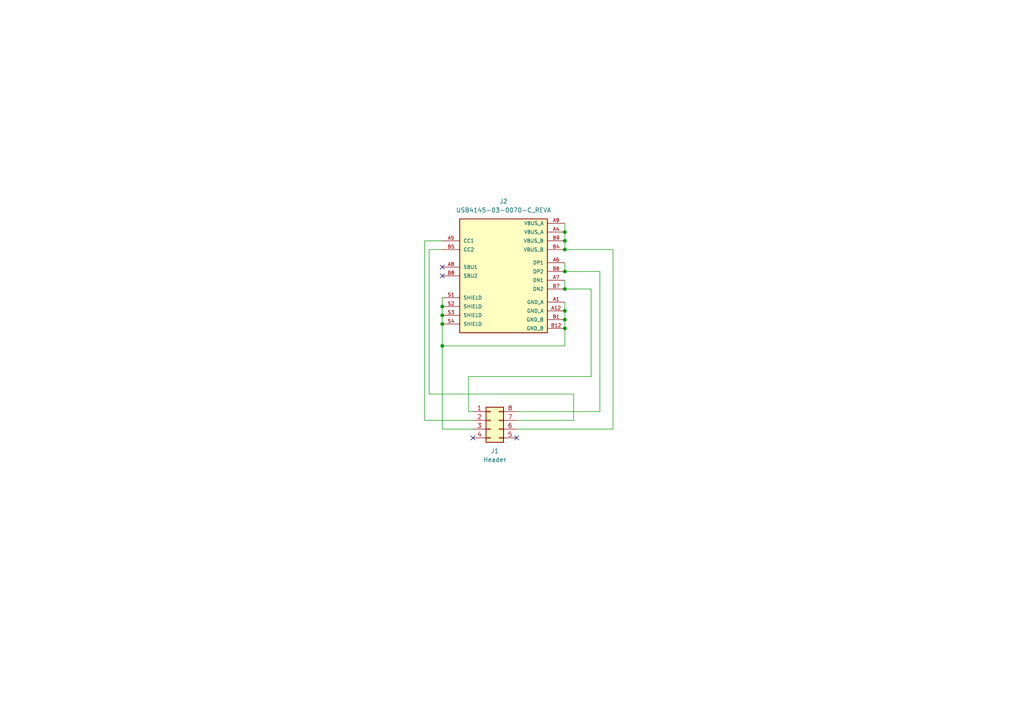
<source format=kicad_sch>
(kicad_sch (version 20211123) (generator eeschema)
  (paper "A4")
  (lib_symbols
    (symbol "Connector_Generic:Conn_02x04_Counter_Clockwise" (pin_names (offset 1.016) hide)
      (property "Reference" "J" (at 1.27 5.08 0))
      (property "Value" "Conn_02x04_Counter_Clockwise" (at 1.27 -7.62 0))
      (symbol "Conn_02x04_Counter_Clockwise_1_1"
        (rectangle (start -1.27 -4.953) (end 0 -5.207) (stroke (width 0.1524)))
        (rectangle (start -1.27 -2.413) (end 0 -2.667) (stroke (width 0.1524)))
        (rectangle (start -1.27 0.127) (end 0 -0.127) (stroke (width 0.1524)))
        (rectangle (start -1.27 2.667) (end 0 2.413) (stroke (width 0.1524)))
        (rectangle (start -1.27 3.81) (end 3.81 -6.35) (stroke (width 0.254)) (fill (type background)))
        (rectangle (start 3.81 -4.953) (end 2.54 -5.207) (stroke (width 0.1524)))
        (rectangle (start 3.81 -2.413) (end 2.54 -2.667) (stroke (width 0.1524)))
        (rectangle (start 3.81 0.127) (end 2.54 -0.127) (stroke (width 0.1524)))
        (rectangle (start 3.81 2.667) (end 2.54 2.413) (stroke (width 0.1524)))
        (pin passive line (at -5.08 2.54 0) (length 3.81) (name "Pin_1") (number "1"))
        (pin passive line (at -5.08 0 0) (length 3.81) (name "Pin_2") (number "2"))
        (pin passive line (at -5.08 -2.54 0) (length 3.81) (name "Pin_3") (number "3"))
        (pin passive line (at -5.08 -5.08 0) (length 3.81) (name "Pin_4") (number "4"))
        (pin passive line (at 7.62 -5.08 180) (length 3.81) (name "Pin_5") (number "5"))
        (pin passive line (at 7.62 -2.54 180) (length 3.81) (name "Pin_6") (number "6"))
        (pin passive line (at 7.62 0 180) (length 3.81) (name "Pin_7") (number "7"))
        (pin passive line (at 7.62 2.54 180) (length 3.81) (name "Pin_8") (number "8"))
      )
    )
    (symbol "USB4145-03-0070-C_REVA:USB4145-03-0070-C_REVA" (pin_names (offset 1.016))
      (property "Reference" "J1" (at 0 20.32 0))
      (property "Value" "USB4145-03-0070-C_REVA" (at 0 17.78 0))
      (symbol "USB4145-03-0070-C_REVA_0_0"
        (rectangle (start -12.7 -17.78) (end 12.7 15.24) (stroke (width 0.254)) (fill (type background)))
        (pin power_in line (at 17.78 -8.89 180) (length 5.08) (name "GND_A") (number "A1"))
        (pin power_in line (at 17.78 -11.43 180) (length 5.08) (name "GND_A") (number "A12"))
        (pin power_in line (at 17.78 11.43 180) (length 5.08) (name "VBUS_A") (number "A4"))
        (pin bidirectional line (at -17.78 8.89 0) (length 5.08) (name "CC1") (number "A5"))
        (pin bidirectional line (at 17.78 2.54 180) (length 5.08) (name "DP1") (number "A6"))
        (pin bidirectional line (at 17.78 -2.54 180) (length 5.08) (name "DN1") (number "A7"))
        (pin bidirectional line (at -17.78 1.27 0) (length 5.08) (name "SBU1") (number "A8"))
        (pin power_out line (at 17.78 13.97 180) (length 5.08) (name "VBUS_A") (number "A9"))
        (pin power_in line (at 17.78 -13.97 180) (length 5.08) (name "GND_B") (number "B1"))
        (pin power_in line (at 17.78 -16.51 180) (length 5.08) (name "GND_B") (number "B12"))
        (pin power_in line (at 17.78 6.35 180) (length 5.08) (name "VBUS_B") (number "B4"))
        (pin bidirectional line (at -17.78 6.35 0) (length 5.08) (name "CC2") (number "B5"))
        (pin bidirectional line (at 17.78 0 180) (length 5.08) (name "DP2") (number "B6"))
        (pin bidirectional line (at 17.78 -5.08 180) (length 5.08) (name "DN2") (number "B7"))
        (pin bidirectional line (at -17.78 -1.27 0) (length 5.08) (name "SBU2") (number "B8"))
        (pin power_in line (at 17.78 8.89 180) (length 5.08) (name "VBUS_B") (number "B9"))
        (pin passive line (at -17.78 -7.62 0) (length 5.08) (name "SHIELD") (number "S1"))
        (pin passive line (at -17.78 -10.16 0) (length 5.08) (name "SHIELD") (number "S2"))
        (pin passive line (at -17.78 -12.7 0) (length 5.08) (name "SHIELD") (number "S3"))
        (pin passive line (at -17.78 -15.24 0) (length 5.08) (name "SHIELD") (number "S4"))
      )
    )
  )
  (junction (at 163.83 95.25))
  (junction (at 163.83 92.71))
  (junction (at 163.83 78.74))
  (junction (at 163.83 90.17))
  (junction (at 163.83 83.82))
  (junction (at 163.83 67.31))
  (junction (at 128.27 100.33))
  (junction (at 128.27 93.98))
  (junction (at 128.27 88.9))
  (junction (at 163.83 72.39))
  (junction (at 163.83 69.85))
  (junction (at 128.27 91.44))
  (no_connect (at 128.27 80.01))
  (no_connect (at 137.16 127))
  (no_connect (at 128.27 77.47))
  (no_connect (at 149.86 127))
  (wire (pts (xy 177.8 124.46) (xy 149.86 124.46)))
  (wire (pts (xy 128.27 86.36) (xy 128.27 88.9)))
  (wire (pts (xy 123.19 69.85) (xy 128.27 69.85)))
  (wire (pts (xy 124.46 72.39) (xy 124.46 114.3)))
  (wire (pts (xy 171.45 109.22) (xy 135.89 109.22)))
  (wire (pts (xy 123.19 69.85) (xy 123.19 121.92)))
  (wire (pts (xy 124.46 72.39) (xy 128.27 72.39)))
  (wire (pts (xy 135.89 119.38) (xy 137.16 119.38)))
  (wire (pts (xy 173.99 119.38) (xy 149.86 119.38)))
  (wire (pts (xy 163.83 81.28) (xy 163.83 83.82)))
  (wire (pts (xy 128.27 124.46) (xy 137.16 124.46)))
  (wire (pts (xy 163.83 87.63) (xy 163.83 90.17)))
  (wire (pts (xy 163.83 67.31) (xy 163.83 69.85)))
  (wire (pts (xy 163.83 83.82) (xy 171.45 83.82)))
  (wire (pts (xy 163.83 90.17) (xy 163.83 92.71)))
  (wire (pts (xy 173.99 78.74) (xy 173.99 119.38)))
  (wire (pts (xy 163.83 64.77) (xy 163.83 67.31)))
  (wire (pts (xy 124.46 114.3) (xy 166.37 114.3)))
  (wire (pts (xy 163.83 72.39) (xy 177.8 72.39)))
  (wire (pts (xy 163.83 69.85) (xy 163.83 72.39)))
  (wire (pts (xy 163.83 78.74) (xy 173.99 78.74)))
  (wire (pts (xy 128.27 91.44) (xy 128.27 93.98)))
  (wire (pts (xy 177.8 72.39) (xy 177.8 124.46)))
  (wire (pts (xy 171.45 83.82) (xy 171.45 109.22)))
  (wire (pts (xy 128.27 100.33) (xy 128.27 93.98)))
  (wire (pts (xy 149.86 121.92) (xy 166.37 121.92)))
  (wire (pts (xy 163.83 76.2) (xy 163.83 78.74)))
  (wire (pts (xy 128.27 100.33) (xy 163.83 100.33)))
  (wire (pts (xy 128.27 88.9) (xy 128.27 91.44)))
  (wire (pts (xy 163.83 92.71) (xy 163.83 95.25)))
  (wire (pts (xy 135.89 109.22) (xy 135.89 119.38)))
  (wire (pts (xy 163.83 100.33) (xy 163.83 95.25)))
  (wire (pts (xy 166.37 114.3) (xy 166.37 121.92)))
  (wire (pts (xy 128.27 100.33) (xy 128.27 124.46)))
  (wire (pts (xy 123.19 121.92) (xy 137.16 121.92)))
  (symbol (lib_id "Connector_Generic:Conn_02x04_Counter_Clockwise") (at 142.24 121.92 0) (unit 1)
    (property "Reference" "J1" (at 143.51 130.81 0))
    (property "Value" "Header" (at 143.51 133.35 0))
    (property "Footprint" "WARBL footprints:USB_C subassembly header" (effects hide))
  )
  (symbol (lib_id "USB4145-03-0070-C_REVA:USB4145-03-0070-C_REVA") (at 146.05 78.74 0) (unit 1)
    (property "Reference" "J2" (at 146.05 58.42 0))
    (property "Value" "USB4145-03-0070-C_REVA" (at 146.05 60.96 0))
    (property "Footprint" "WARBL footprints:GCT_USB4145-03-0070-C_REVA" (effects hide))
    (property "SNAPEDA_PN" "USB4145-03-0070-C" (effects hide))
    (property "MAXIMUM_PACKAGE_HEIGHT" "7.46 mm" (effects hide))
    (property "STANDARD" "Manufacturer Recommendations" (effects hide))
    (property "PARTREV" "A" (effects hide))
    (property "MANUFACTURER" "GCT" (effects hide))
  )
)
</source>
